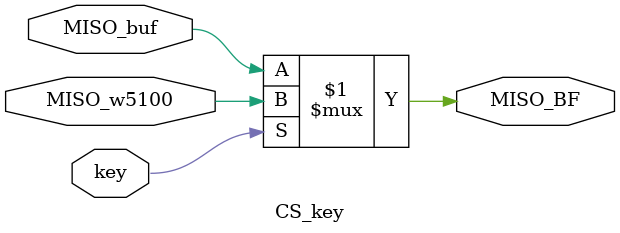
<source format=v>
`timescale 1ns / 1ps
module CS_key(
    input key,
    input MISO_w5100,
    input MISO_buf,
    output MISO_BF
    );

assign MISO_BF = (key)?MISO_w5100:MISO_buf;

endmodule

</source>
